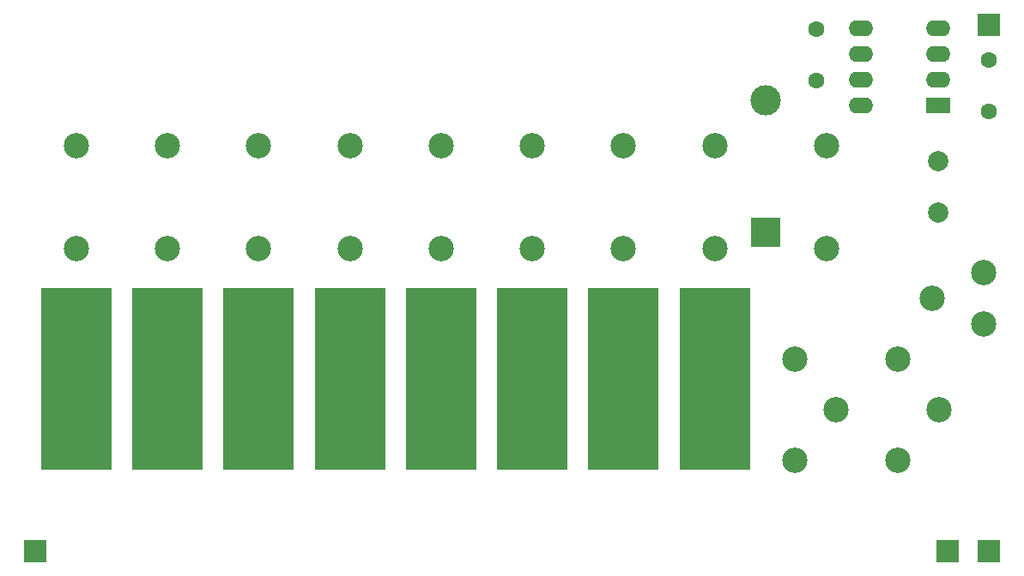
<source format=gts>
G04 #@! TF.FileFunction,Soldermask,Top*
%FSLAX46Y46*%
G04 Gerber Fmt 4.6, Leading zero omitted, Abs format (unit mm)*
G04 Created by KiCad (PCBNEW 4.0.1-stable) date 2017/05/09 19:12:36*
%MOMM*%
G01*
G04 APERTURE LIST*
%ADD10C,0.100000*%
%ADD11C,3.000000*%
%ADD12R,3.000000X3.000000*%
%ADD13C,1.600000*%
%ADD14R,2.200000X2.200000*%
%ADD15R,7.000000X18.000000*%
%ADD16C,2.500000*%
%ADD17C,2.000000*%
%ADD18R,2.400000X1.600000*%
%ADD19O,2.400000X1.600000*%
G04 APERTURE END LIST*
D10*
D11*
X178000000Y-76500000D03*
D12*
X178000000Y-89500000D03*
D13*
X183000000Y-74540000D03*
X183000000Y-69460000D03*
X200000000Y-72460000D03*
X200000000Y-77540000D03*
D14*
X200000000Y-69000000D03*
X196000000Y-121000000D03*
X106000000Y-121000000D03*
D15*
X173000000Y-104000000D03*
X164000000Y-104000000D03*
X155000000Y-104000000D03*
X146000000Y-104000000D03*
X137000000Y-104000000D03*
X128000000Y-104000000D03*
X119000000Y-104000000D03*
X110000000Y-104000000D03*
D16*
X180920000Y-112000000D03*
X191080000Y-112000000D03*
X184920000Y-107000000D03*
X195080000Y-107000000D03*
X180920000Y-102000000D03*
X191080000Y-102000000D03*
X194460000Y-96000000D03*
X199540000Y-93460000D03*
X199540000Y-98540000D03*
D17*
X195000000Y-82460000D03*
X195000000Y-87540000D03*
D18*
X195000000Y-77000000D03*
D19*
X187380000Y-69380000D03*
X195000000Y-74460000D03*
X187380000Y-71920000D03*
X195000000Y-71920000D03*
X187380000Y-74460000D03*
X195000000Y-69380000D03*
X187380000Y-77000000D03*
D16*
X173000000Y-91080000D03*
X173000000Y-80920000D03*
X184000000Y-80920000D03*
X184000000Y-91080000D03*
X164000000Y-80920000D03*
X164000000Y-91080000D03*
X155000000Y-80920000D03*
X155000000Y-91080000D03*
X146000000Y-80920000D03*
X146000000Y-91080000D03*
X137000000Y-80920000D03*
X137000000Y-91080000D03*
X128000000Y-80920000D03*
X128000000Y-91080000D03*
X119000000Y-80920000D03*
X119000000Y-91080000D03*
X110000000Y-80920000D03*
X110000000Y-91080000D03*
D14*
X200000000Y-121000000D03*
M02*

</source>
